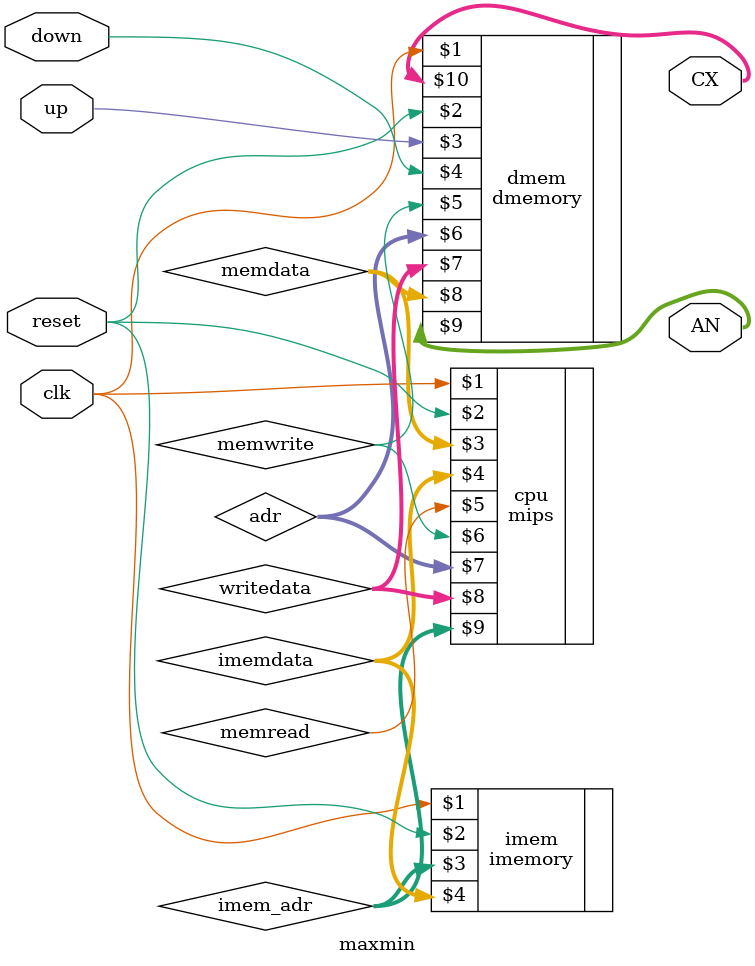
<source format=v>
module maxmin #(parameter WIDTH = 32, REGBITS = 5)(
   input clk,
   input reset,
   input up,
   input down,
   output [3:0] AN,
   output [7:0] CX
   );

   wire                memread, memwrite; //´æ´¢Æ÷¶Á ´æ´¢Æ÷Ð´ÐÅºÅ
   wire    [WIDTH-1:0] adr, writedata;    //´æ´¢Æ÷Ð´µØÖ· Ð´Êý¾Ý
   wire    [WIDTH-1:0] memdata;
   wire    [WIDTH-1:0] imem_adr;//Ö¸Áî¼Ä´æÆ÷¶ÁµØÖ·
   wire    [WIDTH-1:0] imemdata;
    always@(AN,CX)begin
         //$display("%d,%d,%d,%d,%d,%d,%d,%d",RAM[MAX_ONES],RAM[MAX_TENS],RAM[MAX_HUNDS],RAM[MAX_THOUDS],RAM[MIN_ONES],RAM[MIN_TENS],RAM[MIN_HUNDS],RAM[MIN_THOUDS]);
        $display("[MAXMIN]:AN=%b,CX=%b",AN,CX);
         end

   mips #(WIDTH, REGBITS) cpu(clk, reset, memdata,imemdata, 
                            memread, memwrite, adr, writedata,imem_adr);
   
   dmemory #(WIDTH) dmem(clk,reset,up,down, memwrite, adr, writedata, memdata,AN,CX);

   imemory #(WIDTH) imem(clk,reset,imem_adr,imemdata);
endmodule








</source>
